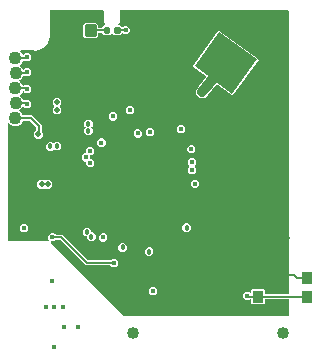
<source format=gbr>
G04 EAGLE Gerber RS-274X export*
G75*
%MOMM*%
%FSLAX34Y34*%
%LPD*%
%INBottom Copper*%
%IPPOS*%
%AMOC8*
5,1,8,0,0,1.08239X$1,22.5*%
G01*
%ADD10C,0.270000*%
%ADD11C,0.300000*%
%ADD12C,1.100000*%
%ADD13R,0.900000X1.000000*%
%ADD14R,3.560000X3.960000*%
%ADD15C,1.016000*%
%ADD16C,0.450000*%
%ADD17C,0.457200*%
%ADD18C,0.503200*%
%ADD19C,0.453200*%
%ADD20C,0.200000*%
%ADD21C,0.152400*%
%ADD22C,0.203200*%
%ADD23C,0.812800*%

G36*
X240050Y30992D02*
X240050Y30992D01*
X240069Y30990D01*
X240171Y31012D01*
X240273Y31029D01*
X240290Y31038D01*
X240310Y31042D01*
X240399Y31095D01*
X240490Y31144D01*
X240504Y31158D01*
X240521Y31168D01*
X240588Y31247D01*
X240660Y31322D01*
X240668Y31340D01*
X240681Y31355D01*
X240720Y31451D01*
X240763Y31545D01*
X240765Y31565D01*
X240773Y31583D01*
X240791Y31750D01*
X240791Y44837D01*
X240788Y44857D01*
X240790Y44877D01*
X240768Y44978D01*
X240752Y45080D01*
X240742Y45098D01*
X240738Y45117D01*
X240685Y45206D01*
X240636Y45298D01*
X240622Y45311D01*
X240612Y45328D01*
X240533Y45396D01*
X240458Y45467D01*
X240440Y45475D01*
X240425Y45488D01*
X240329Y45527D01*
X240235Y45571D01*
X240215Y45573D01*
X240197Y45580D01*
X240030Y45599D01*
X221389Y45599D01*
X221369Y45595D01*
X221350Y45598D01*
X221248Y45576D01*
X221146Y45559D01*
X221129Y45550D01*
X221109Y45545D01*
X221020Y45492D01*
X220929Y45444D01*
X220915Y45429D01*
X220898Y45419D01*
X220831Y45340D01*
X220760Y45265D01*
X220751Y45247D01*
X220738Y45232D01*
X220699Y45136D01*
X220656Y45042D01*
X220654Y45023D01*
X220646Y45004D01*
X220628Y44837D01*
X220628Y42105D01*
X219883Y41361D01*
X209831Y41361D01*
X209086Y42105D01*
X209086Y44767D01*
X209075Y44838D01*
X209073Y44909D01*
X209055Y44958D01*
X209047Y45010D01*
X209013Y45073D01*
X208988Y45140D01*
X208956Y45181D01*
X208932Y45227D01*
X208880Y45276D01*
X208835Y45332D01*
X208791Y45361D01*
X208753Y45396D01*
X208688Y45427D01*
X208628Y45465D01*
X208577Y45478D01*
X208530Y45500D01*
X208459Y45508D01*
X208389Y45525D01*
X208337Y45521D01*
X208286Y45527D01*
X208216Y45512D01*
X208144Y45506D01*
X208096Y45486D01*
X208045Y45475D01*
X207984Y45438D01*
X207918Y45410D01*
X207862Y45365D01*
X207834Y45349D01*
X207819Y45331D01*
X207787Y45305D01*
X207205Y44723D01*
X204275Y44723D01*
X202203Y46795D01*
X202203Y49725D01*
X204275Y51797D01*
X207205Y51797D01*
X207787Y51215D01*
X207845Y51173D01*
X207897Y51124D01*
X207944Y51102D01*
X207987Y51071D01*
X208055Y51050D01*
X208120Y51020D01*
X208172Y51014D01*
X208222Y50999D01*
X208293Y51001D01*
X208365Y50993D01*
X208415Y51004D01*
X208468Y51005D01*
X208535Y51030D01*
X208605Y51045D01*
X208650Y51072D01*
X208699Y51090D01*
X208755Y51135D01*
X208816Y51171D01*
X208850Y51211D01*
X208891Y51243D01*
X208929Y51304D01*
X208976Y51358D01*
X208995Y51407D01*
X209024Y51450D01*
X209041Y51520D01*
X209068Y51586D01*
X209076Y51658D01*
X209084Y51689D01*
X209082Y51712D01*
X209086Y51753D01*
X209086Y53158D01*
X209831Y53902D01*
X219883Y53902D01*
X220628Y53158D01*
X220628Y50425D01*
X220631Y50406D01*
X220629Y50386D01*
X220651Y50285D01*
X220668Y50183D01*
X220677Y50165D01*
X220681Y50146D01*
X220734Y50057D01*
X220783Y49965D01*
X220797Y49952D01*
X220807Y49934D01*
X220886Y49867D01*
X220961Y49796D01*
X220979Y49787D01*
X220994Y49775D01*
X221090Y49736D01*
X221184Y49692D01*
X221204Y49690D01*
X221222Y49683D01*
X221389Y49664D01*
X240030Y49664D01*
X240050Y49667D01*
X240069Y49665D01*
X240171Y49687D01*
X240273Y49704D01*
X240290Y49713D01*
X240310Y49717D01*
X240399Y49771D01*
X240490Y49819D01*
X240504Y49833D01*
X240521Y49844D01*
X240588Y49922D01*
X240660Y49997D01*
X240668Y50015D01*
X240681Y50030D01*
X240720Y50127D01*
X240763Y50220D01*
X240765Y50240D01*
X240773Y50259D01*
X240791Y50425D01*
X240791Y289231D01*
X240788Y289251D01*
X240790Y289270D01*
X240768Y289372D01*
X240752Y289474D01*
X240742Y289491D01*
X240738Y289511D01*
X240685Y289600D01*
X240636Y289691D01*
X240622Y289705D01*
X240612Y289722D01*
X240533Y289789D01*
X240458Y289860D01*
X240440Y289869D01*
X240425Y289882D01*
X240329Y289921D01*
X240235Y289964D01*
X240215Y289966D01*
X240197Y289974D01*
X240030Y289992D01*
X98141Y289992D01*
X98121Y289989D01*
X98101Y289991D01*
X98000Y289969D01*
X97898Y289952D01*
X97880Y289943D01*
X97861Y289939D01*
X97772Y289886D01*
X97680Y289837D01*
X97667Y289823D01*
X97650Y289813D01*
X97582Y289734D01*
X97511Y289659D01*
X97503Y289641D01*
X97490Y289626D01*
X97451Y289530D01*
X97407Y289436D01*
X97405Y289416D01*
X97398Y289398D01*
X97379Y289231D01*
X97379Y279883D01*
X96053Y278556D01*
X96011Y278498D01*
X95961Y278446D01*
X95939Y278399D01*
X95909Y278357D01*
X95888Y278288D01*
X95858Y278223D01*
X95852Y278171D01*
X95837Y278121D01*
X95839Y278050D01*
X95831Y277979D01*
X95842Y277928D01*
X95843Y277876D01*
X95868Y277808D01*
X95883Y277738D01*
X95910Y277694D01*
X95927Y277645D01*
X95972Y277589D01*
X96009Y277527D01*
X96049Y277493D01*
X96081Y277453D01*
X96141Y277414D01*
X96196Y277367D01*
X96244Y277348D01*
X96288Y277320D01*
X96358Y277302D01*
X96424Y277275D01*
X96495Y277267D01*
X96527Y277259D01*
X96550Y277261D01*
X96591Y277257D01*
X97634Y277257D01*
X99189Y275701D01*
X99205Y275690D01*
X99218Y275674D01*
X99305Y275618D01*
X99389Y275558D01*
X99408Y275552D01*
X99425Y275541D01*
X99525Y275516D01*
X99624Y275486D01*
X99644Y275486D01*
X99663Y275481D01*
X99766Y275489D01*
X99870Y275492D01*
X99889Y275499D01*
X99908Y275500D01*
X100003Y275541D01*
X100101Y275576D01*
X100117Y275589D01*
X100135Y275597D01*
X100266Y275701D01*
X101151Y276587D01*
X104081Y276587D01*
X106153Y274515D01*
X106153Y271585D01*
X104081Y269513D01*
X101151Y269513D01*
X100330Y270335D01*
X100314Y270346D01*
X100301Y270362D01*
X100214Y270418D01*
X100130Y270478D01*
X100111Y270484D01*
X100094Y270495D01*
X99994Y270520D01*
X99895Y270551D01*
X99875Y270550D01*
X99856Y270555D01*
X99753Y270547D01*
X99649Y270544D01*
X99630Y270537D01*
X99610Y270536D01*
X99515Y270495D01*
X99418Y270460D01*
X99402Y270447D01*
X99384Y270439D01*
X99253Y270335D01*
X97634Y268715D01*
X92763Y268715D01*
X91417Y270061D01*
X91400Y270073D01*
X91388Y270089D01*
X91301Y270145D01*
X91217Y270205D01*
X91198Y270211D01*
X91181Y270222D01*
X91081Y270247D01*
X90982Y270277D01*
X90962Y270277D01*
X90943Y270282D01*
X90840Y270274D01*
X90736Y270271D01*
X90717Y270264D01*
X90697Y270263D01*
X90602Y270222D01*
X90505Y270187D01*
X90489Y270174D01*
X90471Y270166D01*
X90340Y270061D01*
X88994Y268715D01*
X84123Y268715D01*
X82561Y270277D01*
X82548Y270358D01*
X82539Y270376D01*
X82534Y270395D01*
X82481Y270484D01*
X82433Y270575D01*
X82418Y270589D01*
X82408Y270606D01*
X82329Y270673D01*
X82254Y270745D01*
X82236Y270753D01*
X82221Y270766D01*
X82125Y270805D01*
X82031Y270848D01*
X82012Y270851D01*
X81993Y270858D01*
X81826Y270876D01*
X80170Y270876D01*
X80150Y270873D01*
X80130Y270875D01*
X80029Y270853D01*
X79927Y270837D01*
X79910Y270827D01*
X79890Y270823D01*
X79801Y270770D01*
X79710Y270722D01*
X79696Y270707D01*
X79679Y270697D01*
X79612Y270618D01*
X79540Y270543D01*
X79532Y270525D01*
X79519Y270510D01*
X79480Y270414D01*
X79437Y270320D01*
X79435Y270300D01*
X79427Y270282D01*
X79409Y270115D01*
X79409Y268261D01*
X77786Y266638D01*
X68490Y266638D01*
X66867Y268261D01*
X66867Y277557D01*
X68490Y279180D01*
X77786Y279180D01*
X79409Y277557D01*
X79409Y275703D01*
X79412Y275683D01*
X79410Y275664D01*
X79432Y275562D01*
X79448Y275460D01*
X79458Y275443D01*
X79462Y275423D01*
X79515Y275334D01*
X79563Y275243D01*
X79578Y275229D01*
X79588Y275212D01*
X79667Y275145D01*
X79742Y275074D01*
X79760Y275065D01*
X79775Y275052D01*
X79871Y275014D01*
X79965Y274970D01*
X79985Y274968D01*
X80003Y274960D01*
X80170Y274942D01*
X81826Y274942D01*
X81846Y274945D01*
X81866Y274943D01*
X81967Y274965D01*
X82069Y274982D01*
X82087Y274991D01*
X82106Y274995D01*
X82195Y275048D01*
X82286Y275097D01*
X82300Y275111D01*
X82317Y275121D01*
X82385Y275200D01*
X82456Y275275D01*
X82464Y275293D01*
X82477Y275308D01*
X82516Y275405D01*
X82559Y275498D01*
X82562Y275518D01*
X82569Y275536D01*
X82588Y275703D01*
X82588Y275722D01*
X84123Y277257D01*
X84664Y277257D01*
X84735Y277268D01*
X84807Y277270D01*
X84856Y277288D01*
X84907Y277297D01*
X84971Y277330D01*
X85038Y277355D01*
X85079Y277387D01*
X85125Y277412D01*
X85174Y277464D01*
X85230Y277508D01*
X85258Y277552D01*
X85294Y277590D01*
X85324Y277655D01*
X85363Y277715D01*
X85376Y277766D01*
X85398Y277813D01*
X85405Y277884D01*
X85423Y277954D01*
X85419Y278006D01*
X85425Y278057D01*
X85409Y278128D01*
X85404Y278199D01*
X85383Y278247D01*
X85372Y278298D01*
X85336Y278359D01*
X85308Y278425D01*
X85263Y278481D01*
X85246Y278509D01*
X85228Y278524D01*
X85203Y278556D01*
X83876Y279883D01*
X83876Y289231D01*
X83873Y289251D01*
X83875Y289270D01*
X83853Y289372D01*
X83836Y289474D01*
X83827Y289491D01*
X83823Y289511D01*
X83769Y289600D01*
X83721Y289691D01*
X83707Y289705D01*
X83696Y289722D01*
X83618Y289789D01*
X83543Y289860D01*
X83525Y289869D01*
X83510Y289882D01*
X83413Y289921D01*
X83320Y289964D01*
X83300Y289966D01*
X83281Y289974D01*
X83115Y289992D01*
X39411Y289992D01*
X39391Y289989D01*
X39371Y289991D01*
X39270Y289969D01*
X39168Y289952D01*
X39150Y289943D01*
X39131Y289939D01*
X39042Y289886D01*
X38950Y289837D01*
X38937Y289823D01*
X38920Y289813D01*
X38852Y289734D01*
X38781Y289659D01*
X38773Y289641D01*
X38760Y289626D01*
X38721Y289530D01*
X38677Y289436D01*
X38675Y289416D01*
X38668Y289398D01*
X38649Y289231D01*
X38649Y271038D01*
X38652Y271025D01*
X38650Y271003D01*
X38791Y268027D01*
X36595Y262351D01*
X32291Y258047D01*
X26614Y255851D01*
X23639Y255991D01*
X23625Y255990D01*
X23603Y255992D01*
X14228Y255992D01*
X14158Y255981D01*
X14086Y255979D01*
X14037Y255961D01*
X13986Y255952D01*
X13922Y255919D01*
X13855Y255894D01*
X13814Y255862D01*
X13768Y255837D01*
X13719Y255785D01*
X13663Y255741D01*
X13635Y255697D01*
X13599Y255659D01*
X13569Y255594D01*
X13530Y255534D01*
X13517Y255483D01*
X13495Y255436D01*
X13487Y255365D01*
X13470Y255295D01*
X13474Y255243D01*
X13468Y255192D01*
X13483Y255121D01*
X13489Y255050D01*
X13509Y255002D01*
X13520Y254951D01*
X13557Y254890D01*
X13585Y254824D01*
X13630Y254768D01*
X13647Y254740D01*
X13664Y254725D01*
X13690Y254693D01*
X14964Y253419D01*
X15205Y252836D01*
X15230Y252797D01*
X15245Y252754D01*
X15294Y252693D01*
X15335Y252627D01*
X15370Y252597D01*
X15399Y252561D01*
X15465Y252519D01*
X15524Y252470D01*
X15567Y252453D01*
X15606Y252428D01*
X15682Y252409D01*
X15754Y252382D01*
X15800Y252380D01*
X15844Y252368D01*
X15922Y252374D01*
X16000Y252371D01*
X16044Y252384D01*
X16090Y252388D01*
X16161Y252418D01*
X16236Y252440D01*
X16274Y252466D01*
X16316Y252484D01*
X16423Y252569D01*
X16438Y252580D01*
X16441Y252584D01*
X16447Y252589D01*
X17585Y253727D01*
X20515Y253727D01*
X22587Y251655D01*
X22587Y248725D01*
X20515Y246653D01*
X17585Y246653D01*
X17148Y247090D01*
X17074Y247143D01*
X17005Y247203D01*
X16975Y247215D01*
X16949Y247233D01*
X16862Y247260D01*
X16777Y247294D01*
X16736Y247299D01*
X16714Y247306D01*
X16681Y247305D01*
X16610Y247313D01*
X16120Y247313D01*
X16006Y247294D01*
X15890Y247277D01*
X15884Y247274D01*
X15878Y247273D01*
X15775Y247219D01*
X15670Y247166D01*
X15666Y247161D01*
X15660Y247158D01*
X15580Y247073D01*
X15498Y246990D01*
X15494Y246983D01*
X15491Y246980D01*
X15483Y246963D01*
X15417Y246843D01*
X14964Y245748D01*
X13024Y243808D01*
X12997Y243771D01*
X12963Y243740D01*
X12926Y243672D01*
X12880Y243609D01*
X12867Y243565D01*
X12845Y243524D01*
X12831Y243448D01*
X12808Y243374D01*
X12809Y243328D01*
X12801Y243282D01*
X12812Y243205D01*
X12814Y243128D01*
X12830Y243084D01*
X12837Y243039D01*
X12872Y242970D01*
X12899Y242897D01*
X12928Y242861D01*
X12949Y242820D01*
X13004Y242765D01*
X13053Y242705D01*
X13091Y242680D01*
X13124Y242648D01*
X13141Y242638D01*
X15076Y240704D01*
X15280Y240210D01*
X15304Y240171D01*
X15320Y240128D01*
X15369Y240068D01*
X15410Y240001D01*
X15445Y239972D01*
X15474Y239936D01*
X15539Y239894D01*
X15599Y239845D01*
X15642Y239828D01*
X15681Y239803D01*
X15756Y239784D01*
X15829Y239756D01*
X15875Y239754D01*
X15919Y239743D01*
X15997Y239749D01*
X16075Y239746D01*
X16119Y239759D01*
X16164Y239762D01*
X16236Y239793D01*
X16311Y239814D01*
X16349Y239841D01*
X16391Y239859D01*
X16497Y239944D01*
X16513Y239955D01*
X16516Y239959D01*
X16522Y239963D01*
X17585Y241027D01*
X20515Y241027D01*
X22587Y238955D01*
X22587Y236025D01*
X20515Y233953D01*
X17585Y233953D01*
X17164Y234375D01*
X17090Y234428D01*
X17020Y234487D01*
X16990Y234499D01*
X16964Y234518D01*
X16877Y234545D01*
X16792Y234579D01*
X16751Y234584D01*
X16729Y234590D01*
X16697Y234590D01*
X16625Y234598D01*
X16233Y234598D01*
X16118Y234579D01*
X16002Y234562D01*
X15996Y234559D01*
X15990Y234558D01*
X15888Y234504D01*
X15782Y234450D01*
X15778Y234446D01*
X15772Y234443D01*
X15692Y234358D01*
X15610Y234275D01*
X15607Y234268D01*
X15603Y234264D01*
X15595Y234247D01*
X15529Y234128D01*
X15076Y233033D01*
X13171Y231128D01*
X13026Y231068D01*
X12965Y231030D01*
X12899Y231001D01*
X12861Y230966D01*
X12817Y230938D01*
X12771Y230883D01*
X12718Y230835D01*
X12693Y230789D01*
X12660Y230749D01*
X12634Y230682D01*
X12599Y230619D01*
X12590Y230568D01*
X12572Y230519D01*
X12569Y230448D01*
X12556Y230377D01*
X12563Y230326D01*
X12561Y230274D01*
X12581Y230205D01*
X12592Y230134D01*
X12615Y230087D01*
X12630Y230037D01*
X12671Y229978D01*
X12703Y229914D01*
X12740Y229878D01*
X12770Y229835D01*
X12828Y229792D01*
X12879Y229742D01*
X12942Y229708D01*
X12967Y229688D01*
X12990Y229681D01*
X13026Y229661D01*
X13036Y229657D01*
X14941Y227752D01*
X15394Y226658D01*
X15456Y226558D01*
X15516Y226458D01*
X15521Y226454D01*
X15524Y226449D01*
X15614Y226374D01*
X15703Y226298D01*
X15709Y226296D01*
X15713Y226292D01*
X15822Y226250D01*
X15931Y226206D01*
X15938Y226205D01*
X15943Y226204D01*
X15961Y226203D01*
X16098Y226188D01*
X16401Y226188D01*
X16491Y226203D01*
X16582Y226210D01*
X16612Y226222D01*
X16644Y226228D01*
X16724Y226270D01*
X16808Y226306D01*
X16840Y226332D01*
X16861Y226343D01*
X16883Y226366D01*
X16939Y226411D01*
X17585Y227057D01*
X20515Y227057D01*
X22587Y224985D01*
X22587Y222055D01*
X20515Y219983D01*
X17585Y219983D01*
X16492Y221076D01*
X16455Y221103D01*
X16424Y221137D01*
X16356Y221174D01*
X16292Y221220D01*
X16249Y221233D01*
X16208Y221255D01*
X16132Y221269D01*
X16057Y221292D01*
X16011Y221291D01*
X15966Y221299D01*
X15889Y221288D01*
X15811Y221286D01*
X15768Y221270D01*
X15723Y221263D01*
X15654Y221228D01*
X15580Y221201D01*
X15545Y221173D01*
X15504Y221152D01*
X15449Y221096D01*
X15388Y221048D01*
X15364Y221009D01*
X15331Y220976D01*
X15265Y220856D01*
X15255Y220841D01*
X15254Y220836D01*
X15250Y220829D01*
X14941Y220082D01*
X13227Y218368D01*
X13216Y218352D01*
X13200Y218340D01*
X13144Y218252D01*
X13084Y218168D01*
X13078Y218149D01*
X13067Y218133D01*
X13042Y218032D01*
X13011Y217933D01*
X13012Y217913D01*
X13007Y217894D01*
X13015Y217791D01*
X13018Y217687D01*
X13025Y217669D01*
X13026Y217649D01*
X13067Y217554D01*
X13102Y217456D01*
X13115Y217441D01*
X13122Y217423D01*
X13227Y217292D01*
X15159Y215360D01*
X15612Y214266D01*
X15674Y214166D01*
X15734Y214066D01*
X15738Y214062D01*
X15742Y214056D01*
X15832Y213982D01*
X15921Y213906D01*
X15926Y213904D01*
X15931Y213900D01*
X16040Y213858D01*
X16149Y213814D01*
X16156Y213813D01*
X16161Y213811D01*
X16179Y213811D01*
X16315Y213796D01*
X16709Y213796D01*
X16799Y213810D01*
X16890Y213817D01*
X16919Y213830D01*
X16951Y213835D01*
X17032Y213878D01*
X17116Y213914D01*
X17148Y213939D01*
X17169Y213950D01*
X17191Y213974D01*
X17247Y214019D01*
X17585Y214357D01*
X20515Y214357D01*
X22587Y212285D01*
X22587Y209355D01*
X20515Y207283D01*
X17585Y207283D01*
X16556Y208312D01*
X16519Y208339D01*
X16488Y208373D01*
X16419Y208410D01*
X16356Y208456D01*
X16312Y208469D01*
X16272Y208492D01*
X16195Y208505D01*
X16121Y208528D01*
X16075Y208527D01*
X16030Y208535D01*
X15953Y208524D01*
X15875Y208522D01*
X15832Y208506D01*
X15787Y208499D01*
X15717Y208464D01*
X15644Y208437D01*
X15608Y208409D01*
X15568Y208388D01*
X15513Y208332D01*
X15452Y208284D01*
X15427Y208245D01*
X15395Y208212D01*
X15329Y208092D01*
X15319Y208077D01*
X15318Y208072D01*
X15314Y208065D01*
X15159Y207689D01*
X13254Y205785D01*
X13163Y205747D01*
X13124Y205723D01*
X13081Y205707D01*
X13020Y205659D01*
X12954Y205618D01*
X12925Y205582D01*
X12889Y205553D01*
X12847Y205488D01*
X12797Y205428D01*
X12781Y205385D01*
X12756Y205347D01*
X12737Y205271D01*
X12709Y205198D01*
X12707Y205153D01*
X12696Y205108D01*
X12702Y205031D01*
X12698Y204953D01*
X12711Y204909D01*
X12715Y204863D01*
X12745Y204791D01*
X12767Y204716D01*
X12793Y204679D01*
X12811Y204636D01*
X12897Y204530D01*
X12907Y204514D01*
X12911Y204511D01*
X12916Y204506D01*
X14925Y202496D01*
X15379Y201402D01*
X15440Y201302D01*
X15500Y201202D01*
X15505Y201198D01*
X15508Y201193D01*
X15598Y201118D01*
X15687Y201042D01*
X15693Y201040D01*
X15698Y201036D01*
X15806Y200994D01*
X15915Y200950D01*
X15923Y200949D01*
X15927Y200948D01*
X15946Y200947D01*
X16082Y200932D01*
X23260Y200932D01*
X31481Y192711D01*
X31481Y187804D01*
X31484Y187785D01*
X31482Y187767D01*
X31497Y187698D01*
X31503Y187623D01*
X31515Y187593D01*
X31520Y187561D01*
X31531Y187542D01*
X31534Y187526D01*
X31567Y187471D01*
X31599Y187397D01*
X31625Y187364D01*
X31636Y187344D01*
X31653Y187327D01*
X31660Y187315D01*
X31672Y187305D01*
X31704Y187266D01*
X32489Y186481D01*
X32489Y183343D01*
X30271Y181125D01*
X27133Y181125D01*
X24915Y183343D01*
X24915Y186481D01*
X26716Y188282D01*
X26769Y188356D01*
X26829Y188425D01*
X26841Y188455D01*
X26860Y188481D01*
X26887Y188568D01*
X26921Y188653D01*
X26925Y188694D01*
X26932Y188716D01*
X26931Y188749D01*
X26939Y188820D01*
X26939Y190514D01*
X26925Y190604D01*
X26917Y190695D01*
X26905Y190725D01*
X26900Y190757D01*
X26857Y190838D01*
X26821Y190921D01*
X26795Y190954D01*
X26784Y190974D01*
X26761Y190996D01*
X26716Y191052D01*
X21601Y196167D01*
X21527Y196220D01*
X21458Y196280D01*
X21428Y196292D01*
X21402Y196311D01*
X21315Y196338D01*
X21230Y196372D01*
X21189Y196376D01*
X21167Y196383D01*
X21134Y196382D01*
X21063Y196390D01*
X16082Y196390D01*
X15967Y196372D01*
X15851Y196354D01*
X15845Y196352D01*
X15839Y196351D01*
X15737Y196296D01*
X15632Y196243D01*
X15627Y196238D01*
X15622Y196236D01*
X15541Y196151D01*
X15459Y196067D01*
X15456Y196061D01*
X15452Y196057D01*
X15444Y196040D01*
X15379Y195920D01*
X14925Y194826D01*
X13021Y192921D01*
X10532Y191890D01*
X7838Y191890D01*
X5350Y192921D01*
X3949Y194322D01*
X3891Y194364D01*
X3839Y194413D01*
X3791Y194435D01*
X3749Y194466D01*
X3681Y194487D01*
X3616Y194517D01*
X3564Y194523D01*
X3514Y194538D01*
X3442Y194536D01*
X3371Y194544D01*
X3320Y194533D01*
X3268Y194532D01*
X3201Y194507D01*
X3131Y194492D01*
X3086Y194465D01*
X3037Y194447D01*
X2981Y194402D01*
X2920Y194366D01*
X2886Y194326D01*
X2845Y194293D01*
X2806Y194233D01*
X2760Y194179D01*
X2740Y194130D01*
X2712Y194087D01*
X2695Y194017D01*
X2668Y193951D01*
X2660Y193879D01*
X2652Y193848D01*
X2654Y193825D01*
X2649Y193784D01*
X2649Y95250D01*
X2653Y95230D01*
X2650Y95211D01*
X2672Y95109D01*
X2689Y95007D01*
X2698Y94990D01*
X2703Y94970D01*
X2756Y94881D01*
X2804Y94790D01*
X2819Y94776D01*
X2829Y94759D01*
X2908Y94692D01*
X2983Y94621D01*
X3001Y94612D01*
X3016Y94599D01*
X3112Y94560D01*
X3206Y94517D01*
X3225Y94515D01*
X3244Y94507D01*
X3411Y94489D01*
X37102Y94489D01*
X37172Y94500D01*
X37244Y94502D01*
X37293Y94520D01*
X37344Y94529D01*
X37408Y94562D01*
X37475Y94587D01*
X37516Y94619D01*
X37562Y94644D01*
X37611Y94696D01*
X37667Y94740D01*
X37695Y94784D01*
X37731Y94822D01*
X37761Y94887D01*
X37800Y94947D01*
X37813Y94998D01*
X37835Y95045D01*
X37843Y95116D01*
X37860Y95186D01*
X37856Y95238D01*
X37862Y95289D01*
X37847Y95360D01*
X37841Y95431D01*
X37821Y95479D01*
X37810Y95530D01*
X37773Y95591D01*
X37745Y95657D01*
X37700Y95713D01*
X37684Y95741D01*
X37666Y95756D01*
X37640Y95788D01*
X37103Y96325D01*
X37103Y99255D01*
X39175Y101327D01*
X42105Y101327D01*
X43132Y100300D01*
X43206Y100247D01*
X43275Y100187D01*
X43306Y100175D01*
X43332Y100156D01*
X43419Y100129D01*
X43504Y100095D01*
X43545Y100091D01*
X43567Y100084D01*
X43599Y100085D01*
X43670Y100077D01*
X49207Y100077D01*
X70574Y78710D01*
X70648Y78657D01*
X70718Y78597D01*
X70748Y78585D01*
X70774Y78566D01*
X70861Y78539D01*
X70946Y78505D01*
X70987Y78501D01*
X71009Y78494D01*
X71041Y78495D01*
X71113Y78487D01*
X89680Y78487D01*
X89770Y78501D01*
X89861Y78509D01*
X89890Y78521D01*
X89922Y78526D01*
X90003Y78569D01*
X90087Y78605D01*
X90119Y78631D01*
X90140Y78642D01*
X90162Y78665D01*
X90218Y78710D01*
X91245Y79737D01*
X94175Y79737D01*
X96247Y77665D01*
X96247Y74735D01*
X94175Y72663D01*
X91245Y72663D01*
X90218Y73690D01*
X90144Y73743D01*
X90075Y73803D01*
X90044Y73815D01*
X90018Y73834D01*
X89931Y73861D01*
X89846Y73895D01*
X89805Y73899D01*
X89783Y73906D01*
X89751Y73905D01*
X89680Y73913D01*
X68903Y73913D01*
X47536Y95280D01*
X47462Y95333D01*
X47392Y95393D01*
X47362Y95405D01*
X47336Y95424D01*
X47249Y95451D01*
X47164Y95485D01*
X47123Y95489D01*
X47101Y95496D01*
X47069Y95495D01*
X46997Y95503D01*
X43670Y95503D01*
X43580Y95489D01*
X43489Y95481D01*
X43460Y95469D01*
X43428Y95464D01*
X43347Y95421D01*
X43263Y95385D01*
X43231Y95359D01*
X43210Y95348D01*
X43188Y95325D01*
X43132Y95280D01*
X42105Y94253D01*
X39858Y94253D01*
X39787Y94242D01*
X39716Y94240D01*
X39667Y94222D01*
X39615Y94214D01*
X39552Y94180D01*
X39485Y94155D01*
X39444Y94123D01*
X39398Y94098D01*
X39349Y94046D01*
X39293Y94002D01*
X39264Y93958D01*
X39228Y93920D01*
X39198Y93855D01*
X39160Y93795D01*
X39147Y93744D01*
X39125Y93697D01*
X39117Y93626D01*
X39099Y93556D01*
X39104Y93504D01*
X39098Y93453D01*
X39113Y93382D01*
X39119Y93311D01*
X39139Y93263D01*
X39150Y93212D01*
X39187Y93151D01*
X39215Y93085D01*
X39260Y93029D01*
X39276Y93001D01*
X39294Y92986D01*
X39320Y92954D01*
X101062Y31212D01*
X101136Y31159D01*
X101205Y31099D01*
X101235Y31087D01*
X101261Y31068D01*
X101348Y31041D01*
X101433Y31007D01*
X101474Y31003D01*
X101497Y30996D01*
X101529Y30997D01*
X101600Y30989D01*
X240030Y30989D01*
X240050Y30992D01*
G37*
%LPC*%
G36*
X167282Y215557D02*
X167282Y215557D01*
X167168Y215558D01*
X167140Y215560D01*
X167139Y215560D01*
X166224Y215835D01*
X166212Y215837D01*
X166194Y215843D01*
X165267Y216081D01*
X165234Y216107D01*
X165129Y216151D01*
X165104Y216164D01*
X165103Y216164D01*
X164363Y216768D01*
X164352Y216775D01*
X164338Y216788D01*
X163573Y217362D01*
X163553Y217399D01*
X163472Y217479D01*
X163454Y217501D01*
X163453Y217501D01*
X163001Y218343D01*
X162993Y218353D01*
X162985Y218371D01*
X162498Y219194D01*
X162493Y219235D01*
X162474Y219283D01*
X162470Y219297D01*
X162461Y219312D01*
X162450Y219341D01*
X162441Y219368D01*
X162345Y220319D01*
X162342Y220331D01*
X162341Y220351D01*
X162206Y221297D01*
X162217Y221338D01*
X162218Y221452D01*
X162220Y221480D01*
X162220Y221481D01*
X162495Y222396D01*
X162497Y222408D01*
X162503Y222426D01*
X162741Y223353D01*
X162767Y223386D01*
X162811Y223491D01*
X162824Y223516D01*
X162824Y223517D01*
X163428Y224257D01*
X163435Y224268D01*
X163448Y224282D01*
X166540Y228404D01*
X166562Y228447D01*
X166593Y228485D01*
X166643Y228601D01*
X166653Y228622D01*
X166654Y228627D01*
X167243Y229343D01*
X167250Y229355D01*
X167264Y229370D01*
X167823Y230115D01*
X167848Y230136D01*
X167890Y230159D01*
X167981Y230248D01*
X167999Y230263D01*
X168003Y230269D01*
X168010Y230276D01*
X170410Y233193D01*
X170432Y233231D01*
X170461Y233264D01*
X170493Y233337D01*
X170533Y233406D01*
X170542Y233449D01*
X170560Y233489D01*
X170566Y233569D01*
X170582Y233647D01*
X170577Y233691D01*
X170581Y233734D01*
X170562Y233812D01*
X170552Y233891D01*
X170533Y233931D01*
X170523Y233973D01*
X170480Y234041D01*
X170446Y234113D01*
X170415Y234144D01*
X170391Y234181D01*
X170284Y234278D01*
X170274Y234289D01*
X170271Y234290D01*
X170267Y234294D01*
X159725Y241897D01*
X159557Y242936D01*
X180997Y272664D01*
X182036Y272832D01*
X215008Y249052D01*
X215177Y248013D01*
X193736Y218285D01*
X192697Y218117D01*
X180409Y226979D01*
X180408Y226980D01*
X180406Y226981D01*
X180298Y227035D01*
X180189Y227089D01*
X180187Y227089D01*
X180186Y227090D01*
X180067Y227106D01*
X179946Y227123D01*
X179944Y227122D01*
X179942Y227122D01*
X179824Y227100D01*
X179704Y227077D01*
X179702Y227076D01*
X179700Y227076D01*
X179594Y227015D01*
X179489Y226957D01*
X179488Y226955D01*
X179486Y226954D01*
X179368Y226835D01*
X172426Y218100D01*
X172096Y217917D01*
X172049Y217879D01*
X171996Y217850D01*
X171929Y217785D01*
X171903Y217764D01*
X171894Y217751D01*
X171876Y217733D01*
X171852Y217703D01*
X171845Y217692D01*
X171832Y217678D01*
X171258Y216913D01*
X171221Y216893D01*
X171141Y216812D01*
X171119Y216794D01*
X171119Y216793D01*
X170277Y216341D01*
X170267Y216333D01*
X170249Y216325D01*
X169426Y215838D01*
X169385Y215833D01*
X169279Y215790D01*
X169252Y215781D01*
X168301Y215685D01*
X168289Y215682D01*
X168269Y215681D01*
X167323Y215546D01*
X167282Y215557D01*
G37*
%LPD*%
%LPC*%
G36*
X71186Y157261D02*
X71186Y157261D01*
X69123Y159324D01*
X69123Y161072D01*
X69120Y161092D01*
X69122Y161111D01*
X69100Y161213D01*
X69084Y161315D01*
X69074Y161332D01*
X69070Y161352D01*
X69017Y161441D01*
X68968Y161532D01*
X68954Y161546D01*
X68944Y161563D01*
X68865Y161630D01*
X68790Y161702D01*
X68772Y161710D01*
X68757Y161723D01*
X68661Y161762D01*
X68567Y161805D01*
X68547Y161807D01*
X68529Y161815D01*
X68362Y161833D01*
X67376Y161833D01*
X65313Y163896D01*
X65313Y166812D01*
X67376Y168875D01*
X68235Y168875D01*
X68255Y168878D01*
X68274Y168876D01*
X68376Y168898D01*
X68478Y168914D01*
X68495Y168924D01*
X68515Y168928D01*
X68604Y168981D01*
X68695Y169030D01*
X68709Y169044D01*
X68726Y169054D01*
X68793Y169133D01*
X68865Y169208D01*
X68873Y169226D01*
X68886Y169241D01*
X68925Y169337D01*
X68968Y169431D01*
X68970Y169451D01*
X68978Y169469D01*
X68996Y169636D01*
X68996Y172273D01*
X71059Y174336D01*
X73975Y174336D01*
X76038Y172273D01*
X76038Y169357D01*
X73975Y167294D01*
X73116Y167294D01*
X73096Y167291D01*
X73077Y167293D01*
X72975Y167271D01*
X72873Y167255D01*
X72856Y167245D01*
X72836Y167241D01*
X72747Y167188D01*
X72656Y167139D01*
X72642Y167125D01*
X72625Y167115D01*
X72558Y167036D01*
X72486Y166961D01*
X72478Y166943D01*
X72465Y166928D01*
X72426Y166832D01*
X72383Y166738D01*
X72381Y166718D01*
X72373Y166700D01*
X72355Y166533D01*
X72355Y165064D01*
X72358Y165044D01*
X72356Y165025D01*
X72378Y164923D01*
X72394Y164821D01*
X72404Y164804D01*
X72408Y164784D01*
X72461Y164695D01*
X72510Y164604D01*
X72524Y164590D01*
X72534Y164573D01*
X72613Y164506D01*
X72688Y164434D01*
X72706Y164426D01*
X72721Y164413D01*
X72817Y164374D01*
X72911Y164331D01*
X72931Y164329D01*
X72949Y164321D01*
X73116Y164303D01*
X74102Y164303D01*
X76165Y162240D01*
X76165Y159324D01*
X74102Y157261D01*
X71186Y157261D01*
G37*
%LPD*%
%LPC*%
G36*
X42881Y201953D02*
X42881Y201953D01*
X40663Y204171D01*
X40663Y207309D01*
X41731Y208377D01*
X41743Y208393D01*
X41759Y208405D01*
X41815Y208493D01*
X41875Y208576D01*
X41881Y208595D01*
X41892Y208612D01*
X41917Y208713D01*
X41947Y208812D01*
X41947Y208831D01*
X41952Y208851D01*
X41944Y208954D01*
X41941Y209057D01*
X41934Y209076D01*
X41933Y209096D01*
X41892Y209191D01*
X41857Y209288D01*
X41844Y209304D01*
X41836Y209322D01*
X41731Y209453D01*
X40663Y210521D01*
X40663Y213659D01*
X42881Y215877D01*
X46019Y215877D01*
X48237Y213659D01*
X48237Y210521D01*
X47169Y209453D01*
X47157Y209437D01*
X47141Y209425D01*
X47085Y209337D01*
X47025Y209254D01*
X47019Y209235D01*
X47008Y209218D01*
X46983Y209117D01*
X46953Y209018D01*
X46953Y208999D01*
X46948Y208979D01*
X46956Y208876D01*
X46959Y208773D01*
X46966Y208754D01*
X46967Y208734D01*
X47008Y208639D01*
X47043Y208542D01*
X47056Y208526D01*
X47064Y208508D01*
X47169Y208377D01*
X48237Y207309D01*
X48237Y204171D01*
X46019Y201953D01*
X42881Y201953D01*
G37*
%LPD*%
%LPC*%
G36*
X29927Y139088D02*
X29927Y139088D01*
X27709Y141306D01*
X27709Y144444D01*
X29927Y146662D01*
X33065Y146662D01*
X33625Y146102D01*
X33641Y146090D01*
X33653Y146074D01*
X33741Y146018D01*
X33824Y145958D01*
X33843Y145952D01*
X33860Y145941D01*
X33961Y145916D01*
X34060Y145886D01*
X34079Y145886D01*
X34099Y145881D01*
X34202Y145889D01*
X34305Y145892D01*
X34324Y145899D01*
X34344Y145900D01*
X34439Y145941D01*
X34536Y145976D01*
X34552Y145989D01*
X34570Y145997D01*
X34701Y146102D01*
X35261Y146662D01*
X38399Y146662D01*
X40617Y144444D01*
X40617Y141306D01*
X38399Y139088D01*
X35261Y139088D01*
X34701Y139648D01*
X34685Y139660D01*
X34673Y139676D01*
X34596Y139725D01*
X34582Y139737D01*
X34573Y139741D01*
X34502Y139792D01*
X34483Y139798D01*
X34466Y139809D01*
X34365Y139834D01*
X34266Y139864D01*
X34247Y139864D01*
X34227Y139869D01*
X34124Y139861D01*
X34021Y139858D01*
X34002Y139851D01*
X33982Y139850D01*
X33887Y139809D01*
X33790Y139774D01*
X33774Y139761D01*
X33756Y139753D01*
X33682Y139694D01*
X33679Y139693D01*
X33676Y139689D01*
X33625Y139648D01*
X33065Y139088D01*
X29927Y139088D01*
G37*
%LPD*%
%LPC*%
G36*
X157292Y151419D02*
X157292Y151419D01*
X155229Y153482D01*
X155229Y156398D01*
X156408Y157577D01*
X156419Y157593D01*
X156435Y157605D01*
X156473Y157665D01*
X156496Y157689D01*
X156510Y157720D01*
X156551Y157776D01*
X156557Y157795D01*
X156568Y157812D01*
X156585Y157880D01*
X156600Y157913D01*
X156604Y157947D01*
X156624Y158012D01*
X156623Y158031D01*
X156628Y158051D01*
X156623Y158118D01*
X156627Y158157D01*
X156619Y158195D01*
X156617Y158257D01*
X156610Y158276D01*
X156609Y158296D01*
X156584Y158353D01*
X156575Y158397D01*
X156552Y158435D01*
X156533Y158488D01*
X156520Y158504D01*
X156512Y158522D01*
X156464Y158583D01*
X156449Y158608D01*
X156432Y158622D01*
X156408Y158653D01*
X155229Y159832D01*
X155229Y162748D01*
X157292Y164811D01*
X160208Y164811D01*
X162271Y162748D01*
X162271Y159832D01*
X161092Y158653D01*
X161081Y158637D01*
X161065Y158625D01*
X161037Y158580D01*
X161004Y158546D01*
X160983Y158501D01*
X160949Y158454D01*
X160943Y158435D01*
X160932Y158418D01*
X160918Y158361D01*
X160900Y158323D01*
X160895Y158280D01*
X160876Y158218D01*
X160877Y158199D01*
X160872Y158179D01*
X160877Y158115D01*
X160873Y158078D01*
X160881Y158041D01*
X160883Y157973D01*
X160890Y157954D01*
X160891Y157934D01*
X160918Y157871D01*
X160925Y157838D01*
X160943Y157808D01*
X160967Y157742D01*
X160980Y157726D01*
X160988Y157708D01*
X161048Y157632D01*
X161051Y157627D01*
X161055Y157624D01*
X161092Y157577D01*
X162271Y156398D01*
X162271Y153482D01*
X160208Y151419D01*
X157292Y151419D01*
G37*
%LPD*%
%LPC*%
G36*
X69647Y184530D02*
X69647Y184530D01*
X67563Y186614D01*
X67563Y189560D01*
X68409Y190406D01*
X68421Y190422D01*
X68436Y190435D01*
X68493Y190522D01*
X68553Y190606D01*
X68559Y190625D01*
X68569Y190642D01*
X68595Y190742D01*
X68625Y190841D01*
X68625Y190861D01*
X68629Y190880D01*
X68621Y190983D01*
X68619Y191087D01*
X68612Y191106D01*
X68610Y191126D01*
X68570Y191220D01*
X68534Y191318D01*
X68522Y191334D01*
X68514Y191352D01*
X68409Y191483D01*
X67563Y192329D01*
X67563Y195275D01*
X69647Y197359D01*
X72593Y197359D01*
X74677Y195275D01*
X74677Y192329D01*
X73831Y191483D01*
X73819Y191467D01*
X73804Y191454D01*
X73748Y191367D01*
X73687Y191283D01*
X73681Y191264D01*
X73671Y191247D01*
X73645Y191147D01*
X73615Y191048D01*
X73615Y191028D01*
X73611Y191009D01*
X73619Y190906D01*
X73621Y190802D01*
X73628Y190783D01*
X73630Y190764D01*
X73670Y190669D01*
X73706Y190571D01*
X73718Y190555D01*
X73726Y190537D01*
X73831Y190406D01*
X74677Y189560D01*
X74677Y186614D01*
X72593Y184530D01*
X69647Y184530D01*
G37*
%LPD*%
%LPC*%
G36*
X37389Y171195D02*
X37389Y171195D01*
X35305Y173279D01*
X35305Y176225D01*
X37389Y178309D01*
X40335Y178309D01*
X41054Y177590D01*
X41070Y177578D01*
X41083Y177563D01*
X41170Y177506D01*
X41254Y177446D01*
X41273Y177440D01*
X41290Y177430D01*
X41390Y177404D01*
X41489Y177374D01*
X41509Y177374D01*
X41528Y177370D01*
X41631Y177378D01*
X41735Y177380D01*
X41754Y177387D01*
X41774Y177389D01*
X41868Y177429D01*
X41966Y177465D01*
X41982Y177477D01*
X42000Y177485D01*
X42131Y177590D01*
X42977Y178436D01*
X45923Y178436D01*
X48007Y176352D01*
X48007Y173406D01*
X45923Y171322D01*
X42977Y171322D01*
X42258Y172041D01*
X42242Y172053D01*
X42229Y172068D01*
X42142Y172124D01*
X42058Y172185D01*
X42039Y172191D01*
X42022Y172201D01*
X41922Y172227D01*
X41823Y172257D01*
X41803Y172257D01*
X41784Y172261D01*
X41681Y172253D01*
X41577Y172251D01*
X41558Y172244D01*
X41539Y172242D01*
X41444Y172202D01*
X41346Y172166D01*
X41330Y172154D01*
X41312Y172146D01*
X41181Y172041D01*
X40335Y171195D01*
X37389Y171195D01*
G37*
%LPD*%
%LPC*%
G36*
X72187Y94741D02*
X72187Y94741D01*
X70103Y96825D01*
X70103Y97917D01*
X70100Y97937D01*
X70102Y97956D01*
X70080Y98058D01*
X70064Y98160D01*
X70054Y98177D01*
X70050Y98197D01*
X69997Y98286D01*
X69948Y98377D01*
X69934Y98391D01*
X69924Y98408D01*
X69845Y98475D01*
X69770Y98547D01*
X69752Y98555D01*
X69737Y98568D01*
X69641Y98607D01*
X69547Y98650D01*
X69527Y98652D01*
X69509Y98660D01*
X69342Y98678D01*
X68504Y98678D01*
X66420Y100762D01*
X66420Y103708D01*
X68504Y105792D01*
X71450Y105792D01*
X73534Y103708D01*
X73534Y102616D01*
X73537Y102596D01*
X73535Y102577D01*
X73557Y102475D01*
X73573Y102373D01*
X73583Y102356D01*
X73587Y102336D01*
X73640Y102247D01*
X73689Y102156D01*
X73703Y102142D01*
X73713Y102125D01*
X73792Y102058D01*
X73867Y101986D01*
X73885Y101978D01*
X73900Y101965D01*
X73996Y101926D01*
X74090Y101883D01*
X74110Y101881D01*
X74128Y101873D01*
X74295Y101855D01*
X75133Y101855D01*
X77217Y99771D01*
X77217Y96825D01*
X75133Y94741D01*
X72187Y94741D01*
G37*
%LPD*%
%LPC*%
G36*
X152705Y102488D02*
X152705Y102488D01*
X150621Y104572D01*
X150621Y107518D01*
X152705Y109602D01*
X155651Y109602D01*
X157735Y107518D01*
X157735Y104572D01*
X155651Y102488D01*
X152705Y102488D01*
G37*
%LPD*%
%LPC*%
G36*
X98603Y85724D02*
X98603Y85724D01*
X96519Y87808D01*
X96519Y90754D01*
X98603Y92838D01*
X101549Y92838D01*
X103633Y90754D01*
X103633Y87808D01*
X101549Y85724D01*
X98603Y85724D01*
G37*
%LPD*%
%LPC*%
G36*
X121091Y82051D02*
X121091Y82051D01*
X119008Y84134D01*
X119008Y87081D01*
X121091Y89164D01*
X124038Y89164D01*
X126121Y87081D01*
X126121Y84134D01*
X124038Y82051D01*
X121091Y82051D01*
G37*
%LPD*%
%LPC*%
G36*
X90229Y196615D02*
X90229Y196615D01*
X88157Y198687D01*
X88157Y201617D01*
X90229Y203689D01*
X93159Y203689D01*
X95231Y201617D01*
X95231Y198687D01*
X93159Y196615D01*
X90229Y196615D01*
G37*
%LPD*%
%LPC*%
G36*
X148014Y185693D02*
X148014Y185693D01*
X145942Y187765D01*
X145942Y190695D01*
X148014Y192767D01*
X150944Y192767D01*
X153016Y190695D01*
X153016Y187765D01*
X150944Y185693D01*
X148014Y185693D01*
G37*
%LPD*%
%LPC*%
G36*
X15045Y101873D02*
X15045Y101873D01*
X12973Y103945D01*
X12973Y106875D01*
X15045Y108947D01*
X17975Y108947D01*
X20047Y106875D01*
X20047Y103945D01*
X17975Y101873D01*
X15045Y101873D01*
G37*
%LPD*%
%LPC*%
G36*
X124265Y48533D02*
X124265Y48533D01*
X122193Y50605D01*
X122193Y53535D01*
X124265Y55607D01*
X127195Y55607D01*
X129267Y53535D01*
X129267Y50605D01*
X127195Y48533D01*
X124265Y48533D01*
G37*
%LPD*%
%LPC*%
G36*
X104968Y202219D02*
X104968Y202219D01*
X102905Y204282D01*
X102905Y207198D01*
X104968Y209261D01*
X107884Y209261D01*
X109947Y207198D01*
X109947Y204282D01*
X107884Y202219D01*
X104968Y202219D01*
G37*
%LPD*%
%LPC*%
G36*
X121732Y183169D02*
X121732Y183169D01*
X119669Y185232D01*
X119669Y188148D01*
X121732Y190211D01*
X124648Y190211D01*
X126711Y188148D01*
X126711Y185232D01*
X124648Y183169D01*
X121732Y183169D01*
G37*
%LPD*%
%LPC*%
G36*
X111318Y182280D02*
X111318Y182280D01*
X109255Y184343D01*
X109255Y187259D01*
X111318Y189322D01*
X114234Y189322D01*
X116297Y187259D01*
X116297Y184343D01*
X114234Y182280D01*
X111318Y182280D01*
G37*
%LPD*%
%LPC*%
G36*
X80584Y174406D02*
X80584Y174406D01*
X78521Y176469D01*
X78521Y179385D01*
X80584Y181448D01*
X83500Y181448D01*
X85563Y179385D01*
X85563Y176469D01*
X83500Y174406D01*
X80584Y174406D01*
G37*
%LPD*%
%LPC*%
G36*
X156657Y168818D02*
X156657Y168818D01*
X154594Y170881D01*
X154594Y173797D01*
X156657Y175860D01*
X159573Y175860D01*
X161636Y173797D01*
X161636Y170881D01*
X159573Y168818D01*
X156657Y168818D01*
G37*
%LPD*%
%LPC*%
G36*
X159578Y139608D02*
X159578Y139608D01*
X157515Y141671D01*
X157515Y144587D01*
X159578Y146650D01*
X162494Y146650D01*
X164557Y144587D01*
X164557Y141671D01*
X162494Y139608D01*
X159578Y139608D01*
G37*
%LPD*%
%LPC*%
G36*
X82235Y94142D02*
X82235Y94142D01*
X80172Y96205D01*
X80172Y99121D01*
X82235Y101184D01*
X85151Y101184D01*
X87214Y99121D01*
X87214Y96205D01*
X85151Y94142D01*
X82235Y94142D01*
G37*
%LPD*%
D10*
X87908Y271336D02*
X85208Y271336D01*
X85208Y274636D01*
X87908Y274636D01*
X87908Y271336D01*
X87908Y273901D02*
X85208Y273901D01*
X93848Y271336D02*
X96548Y271336D01*
X93848Y271336D02*
X93848Y274636D01*
X96548Y274636D01*
X96548Y271336D01*
X96548Y273901D02*
X93848Y273901D01*
D11*
X52098Y276409D02*
X52098Y269409D01*
X52098Y276409D02*
X59098Y276409D01*
X59098Y269409D01*
X52098Y269409D01*
X52098Y272259D02*
X59098Y272259D01*
X59098Y275109D02*
X52098Y275109D01*
X69638Y276409D02*
X69638Y269409D01*
X69638Y276409D02*
X76638Y276409D01*
X76638Y269409D01*
X69638Y269409D01*
X69638Y272259D02*
X76638Y272259D01*
X76638Y275109D02*
X69638Y275109D01*
D12*
X9224Y249584D03*
X9336Y236868D03*
X9201Y223917D03*
X9419Y211525D03*
X9185Y198661D03*
X9190Y186043D03*
D13*
X255857Y47631D03*
X255857Y63631D03*
X214857Y63631D03*
X214857Y47631D03*
D14*
G36*
X87776Y141237D02*
X108601Y170110D01*
X140718Y146945D01*
X119893Y118072D01*
X87776Y141237D01*
G37*
G36*
X160896Y242620D02*
X181721Y271493D01*
X213838Y248328D01*
X193013Y219455D01*
X160896Y242620D01*
G37*
D15*
X109220Y16510D03*
X236220Y16510D03*
D16*
X83693Y97663D03*
D17*
X122564Y85607D03*
X154178Y106045D03*
D18*
X31496Y142875D03*
X36830Y142875D03*
D17*
X71120Y193802D03*
X69977Y102235D03*
X73660Y98298D03*
X100076Y89281D03*
X71120Y188087D03*
D19*
X149479Y189230D03*
X91694Y200152D03*
D17*
X128651Y156845D03*
X115316Y143510D03*
X101981Y156845D03*
X115316Y156845D03*
X128651Y143510D03*
X128651Y130175D03*
X115316Y130175D03*
X101981Y130175D03*
X101981Y143510D03*
D16*
X173609Y176149D03*
D17*
X69088Y182245D03*
X154559Y81788D03*
X113284Y210820D03*
X101981Y167259D03*
X114935Y167386D03*
X128651Y167259D03*
X101854Y119634D03*
X115316Y119634D03*
X128905Y119634D03*
X91440Y167259D03*
X91567Y156972D03*
X91440Y143637D03*
X91440Y130302D03*
X91440Y119634D03*
X139192Y119634D03*
X139192Y130302D03*
X139065Y143510D03*
X139065Y156845D03*
X139192Y167259D03*
D18*
X238895Y97299D03*
D19*
X50546Y22225D03*
X62103Y22225D03*
X40640Y60960D03*
X19050Y186690D03*
D20*
X9837Y186690D02*
X9190Y186043D01*
X9837Y186690D02*
X19050Y186690D01*
D19*
X238379Y280543D03*
X238760Y194310D03*
X238760Y187960D03*
X238760Y181610D03*
X238760Y175260D03*
X238760Y168910D03*
X238760Y162560D03*
X238760Y156210D03*
X238760Y149860D03*
X238760Y143510D03*
X238760Y80010D03*
X238760Y73660D03*
X232410Y73660D03*
X226060Y73660D03*
X219710Y73660D03*
X213360Y73660D03*
X207010Y73660D03*
X200660Y73660D03*
X238760Y201930D03*
X238506Y287020D03*
X238379Y274447D03*
X238252Y267970D03*
X238252Y261620D03*
X238506Y255270D03*
X238379Y248920D03*
X232410Y287020D03*
X226060Y287020D03*
X219710Y287020D03*
X181610Y73660D03*
X175260Y73660D03*
X175260Y80010D03*
X168910Y80010D03*
X163830Y85090D03*
X163830Y91440D03*
X163830Y97790D03*
X163780Y104791D03*
X187960Y73660D03*
X194310Y73660D03*
X232410Y248920D03*
X213360Y287020D03*
X207010Y287020D03*
X200660Y287020D03*
X194310Y287020D03*
X187960Y287020D03*
X181610Y287020D03*
X175260Y287020D03*
X168910Y287020D03*
X162560Y287020D03*
X156210Y287020D03*
X149860Y287020D03*
X143510Y287020D03*
X137160Y287020D03*
X130810Y287020D03*
X124460Y287020D03*
X118110Y287020D03*
X111760Y287020D03*
X105410Y287020D03*
X74930Y287020D03*
X67310Y287020D03*
X59690Y287020D03*
X52070Y287020D03*
X44450Y287020D03*
X44450Y279400D03*
X44450Y271780D03*
X43180Y264160D03*
X39370Y257810D03*
X101600Y35560D03*
X97790Y40640D03*
X92710Y45720D03*
X87630Y50800D03*
X82550Y55880D03*
X59690Y78740D03*
X54610Y83820D03*
X49530Y88900D03*
X6350Y99060D03*
X21590Y99060D03*
X29210Y99060D03*
X6350Y106680D03*
X6350Y114300D03*
X6350Y121920D03*
X6350Y129540D03*
X6350Y137160D03*
X6350Y144780D03*
X6350Y152400D03*
X6350Y160020D03*
X6350Y168910D03*
X227330Y34290D03*
X218440Y34290D03*
X209550Y34290D03*
X199390Y34290D03*
X189230Y34290D03*
X179070Y34290D03*
X168910Y34290D03*
X158750Y34290D03*
X148590Y34290D03*
X138430Y34290D03*
X130810Y34290D03*
X77089Y61341D03*
X232410Y280670D03*
X232410Y274320D03*
X232410Y267970D03*
X232410Y261620D03*
X232410Y255270D03*
X238760Y58420D03*
X238760Y52070D03*
X232410Y58420D03*
X232410Y52070D03*
X226060Y58420D03*
X226060Y52070D03*
X238760Y43180D03*
X238760Y34290D03*
X175260Y67310D03*
X181610Y67310D03*
X187960Y67310D03*
X194310Y67310D03*
X200660Y67310D03*
X168910Y73660D03*
X226060Y66040D03*
X232410Y66040D03*
X238760Y66040D03*
D21*
X247519Y63631D02*
X255857Y63631D01*
X247519Y63631D02*
X245110Y66040D01*
X238760Y66040D01*
D19*
X207010Y67310D03*
X132080Y49530D03*
X16510Y243840D03*
X16510Y229870D03*
X16510Y217170D03*
X16510Y204470D03*
X16510Y193040D03*
X120650Y68580D03*
X114300Y59690D03*
X102870Y59690D03*
X74930Y209550D03*
X87630Y209550D03*
D17*
X154559Y67818D03*
D19*
X121920Y34290D03*
X232410Y143510D03*
X232410Y149860D03*
X232410Y156210D03*
X232410Y162560D03*
X232410Y168910D03*
X232410Y175260D03*
X80010Y107950D03*
X90170Y99060D03*
X105410Y97790D03*
X181610Y60960D03*
X181610Y54610D03*
X187960Y60960D03*
X194310Y60960D03*
X200660Y60960D03*
X187960Y54610D03*
X194310Y54610D03*
X200660Y54610D03*
X207010Y54610D03*
X238760Y209550D03*
X238760Y217170D03*
X238760Y224790D03*
X238760Y232410D03*
X238760Y240030D03*
X232410Y241300D03*
X232410Y233680D03*
X232410Y226060D03*
X232410Y218440D03*
X232410Y210820D03*
X232410Y203200D03*
X232410Y195580D03*
X232410Y187960D03*
X232410Y180340D03*
X238760Y87630D03*
X238760Y135890D03*
X238710Y125666D03*
X232811Y135833D03*
X233061Y125716D03*
X238710Y111592D03*
X238760Y106762D03*
X232861Y130924D03*
X238760Y130974D03*
X181610Y80010D03*
X187960Y80010D03*
X194310Y80010D03*
X200660Y80010D03*
X207010Y80010D03*
X213360Y80010D03*
X219710Y80010D03*
X226060Y80010D03*
X232410Y80010D03*
X175260Y85090D03*
X181610Y85090D03*
X187960Y85090D03*
X194310Y85090D03*
X200660Y85090D03*
X207010Y85090D03*
X213360Y85090D03*
X219710Y85090D03*
X226060Y85090D03*
X232410Y85090D03*
X226060Y280670D03*
X226060Y274320D03*
X226060Y267970D03*
X226060Y261620D03*
X226060Y255270D03*
X226060Y248920D03*
X226060Y241300D03*
X226060Y233680D03*
X226060Y226060D03*
X226060Y218440D03*
X226060Y210820D03*
X226060Y203200D03*
X226060Y195580D03*
X226060Y187960D03*
X226060Y180340D03*
X226060Y175260D03*
X226060Y168910D03*
X226060Y162560D03*
X226060Y156210D03*
X226060Y149860D03*
X226060Y143510D03*
X226060Y135890D03*
X188248Y92089D03*
X194310Y91440D03*
X200660Y91440D03*
X207010Y91440D03*
X207010Y97790D03*
X207010Y104140D03*
X207010Y110490D03*
X204470Y118110D03*
X215900Y118110D03*
X213360Y110490D03*
X213360Y104140D03*
X213360Y97790D03*
X213360Y91440D03*
X219710Y91440D03*
X219710Y97790D03*
X219710Y104140D03*
X219710Y110490D03*
X226060Y110490D03*
X232410Y110490D03*
X219710Y135890D03*
X213360Y135890D03*
X207010Y135890D03*
X200660Y135890D03*
X194310Y135890D03*
X187960Y135890D03*
X187960Y142240D03*
X181610Y142240D03*
X173990Y142240D03*
X173990Y148590D03*
X173990Y154940D03*
X173990Y161290D03*
X174115Y167056D03*
X226060Y91440D03*
X226060Y97790D03*
X226060Y104140D03*
X231521Y91457D03*
X231541Y97755D03*
X231505Y104157D03*
X188146Y125949D03*
X188191Y110207D03*
X188248Y99049D03*
X194310Y142240D03*
X200660Y142240D03*
X207010Y142240D03*
X213360Y142240D03*
X219710Y142240D03*
X208280Y187960D03*
X193040Y160020D03*
X212090Y156210D03*
X214630Y176530D03*
X201930Y168910D03*
X204470Y208280D03*
X213360Y224790D03*
X214630Y203200D03*
X199390Y193040D03*
X196850Y177800D03*
X181610Y153670D03*
X201930Y151130D03*
X215900Y166370D03*
X189230Y213360D03*
X213360Y213360D03*
X111760Y226060D03*
X149860Y224790D03*
X85090Y255270D03*
X57150Y257810D03*
X201930Y219710D03*
X217170Y189230D03*
X207010Y161290D03*
X190500Y149860D03*
X185420Y167640D03*
X215900Y233680D03*
X210047Y118110D03*
D17*
X44450Y174879D03*
X38862Y174752D03*
D18*
X28702Y184912D03*
X44450Y212090D03*
D20*
X22319Y198661D02*
X9185Y198661D01*
X22319Y198661D02*
X29210Y191770D01*
X29210Y185420D01*
X28702Y184912D01*
D19*
X92710Y76200D03*
D22*
X69850Y76200D01*
X48260Y97790D01*
X40640Y97790D01*
D19*
X40640Y97790D03*
D18*
X44450Y205740D03*
D16*
X72517Y170815D03*
D20*
X18428Y236868D02*
X9336Y236868D01*
X18428Y236868D02*
X19050Y237490D01*
D19*
X19050Y237490D03*
D16*
X82042Y177927D03*
D20*
X18444Y249584D02*
X9224Y249584D01*
X18444Y249584D02*
X19050Y250190D01*
D19*
X19050Y250190D03*
D16*
X161036Y143129D03*
D19*
X125730Y52070D03*
X35560Y38481D03*
D16*
X158750Y154940D03*
D19*
X49403Y38481D03*
X42037Y38735D03*
D16*
X158750Y161290D03*
D19*
X16510Y105410D03*
X41910Y5080D03*
D16*
X123190Y186690D03*
X112776Y185801D03*
X68834Y165354D03*
D21*
X9201Y223917D02*
X8769Y223917D01*
D20*
X9201Y223917D02*
X18653Y223917D01*
X19050Y223520D01*
D19*
X19050Y223520D03*
D16*
X72644Y160782D03*
D21*
X9419Y211525D02*
X9292Y211525D01*
D20*
X9419Y211525D02*
X18345Y211525D01*
X19050Y210820D01*
D19*
X19050Y210820D03*
D16*
X158115Y172339D03*
D19*
X102616Y273050D03*
D21*
X102552Y272986D01*
X95198Y272986D01*
X86481Y272909D02*
X73138Y272909D01*
X86481Y272909D02*
X86558Y272986D01*
D16*
X106426Y205740D03*
D21*
X214857Y47631D02*
X255857Y47631D01*
X214857Y47631D02*
X206369Y47631D01*
X205740Y48260D01*
D19*
X205740Y48260D03*
D23*
X177300Y232807D02*
X187367Y245474D01*
D18*
X167640Y220980D03*
X171450Y226060D03*
D23*
X168910Y222250D02*
X177300Y232807D01*
X171450Y226060D02*
X167640Y220980D01*
X184924Y242441D01*
X187367Y245474D01*
X177300Y232807D02*
X167640Y220980D01*
X171450Y226060D02*
X184924Y242441D01*
M02*

</source>
